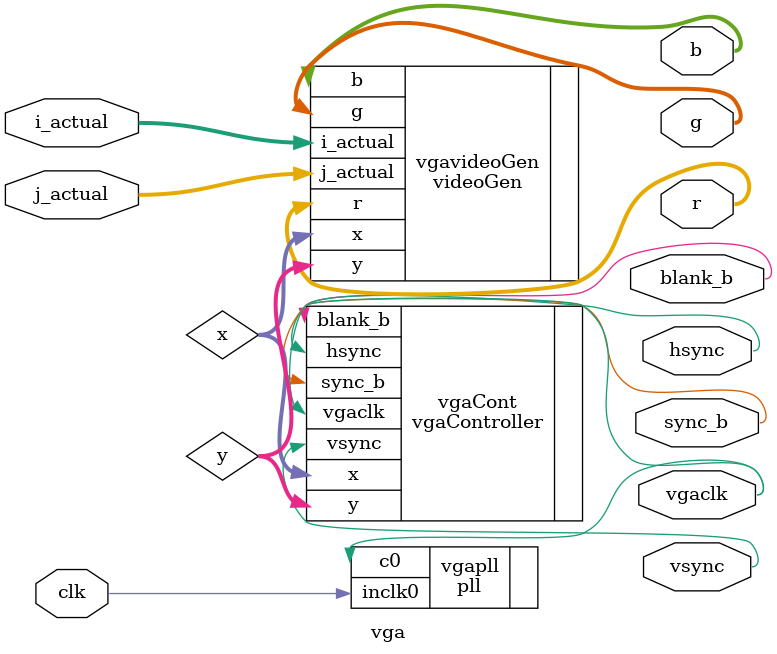
<source format=sv>
module vga(
	input logic clk,
	input reg[2:0] i_actual, j_actual, 
	output logic vgaclk,
	output logic hsync, vsync,
	output logic sync_b, blank_b,
	output logic [7:0] r, g, b
);

	// Coordenadas del píxel en la pantalla
	logic [9:0] x, y;
	
	// Instancia de un PLL (Phase-Locked Loop) que genera una señal de reloj vgaclk a partir de la señal de reloj de entrada clk
	pll vgapll(
		.inclk0(clk),
		.c0(vgaclk)
	);
	
	// Controlador VGA que genera señales de sincronización hsync, vsync, sync_b y blank_b, así como coordenadas x e y para la pantalla VGA
	vgaController vgaCont(
		.vgaclk(vgaclk),
		.hsync(hsync),
		.vsync(vsync),
		.sync_b(sync_b),
		.blank_b(blank_b),
		.x(x),
		.y(y)
	);
	
	// Generador de video que toma las coordenadas x e y y genera señales de color r, g y b para cada píxel en la pantalla VGA
	videoGen vgavideoGen(
		.x(x),
		.y(y),
		.i_actual(i_actual),
		.j_actual(j_actual), 
		
		.r(r),
		.g(g),
		.b(b)
	);

endmodule
</source>
